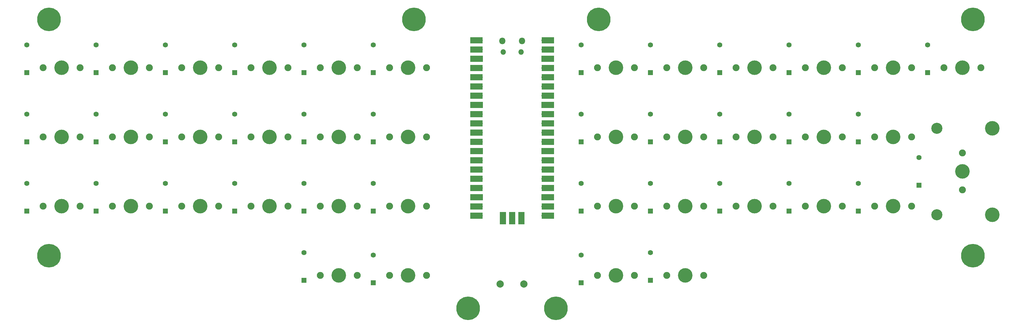
<source format=gbr>
G04 #@! TF.GenerationSoftware,KiCad,Pcbnew,7.0.10*
G04 #@! TF.CreationDate,2024-03-22T12:38:25+09:00*
G04 #@! TF.ProjectId,first_keyboard,66697273-745f-46b6-9579-626f6172642e,rev?*
G04 #@! TF.SameCoordinates,Original*
G04 #@! TF.FileFunction,Soldermask,Top*
G04 #@! TF.FilePolarity,Negative*
%FSLAX46Y46*%
G04 Gerber Fmt 4.6, Leading zero omitted, Abs format (unit mm)*
G04 Created by KiCad (PCBNEW 7.0.10) date 2024-03-22 12:38:25*
%MOMM*%
%LPD*%
G01*
G04 APERTURE LIST*
%ADD10R,1.397000X1.397000*%
%ADD11C,1.397000*%
%ADD12C,1.900000*%
%ADD13C,4.000000*%
%ADD14C,6.500000*%
%ADD15O,1.800000X1.800000*%
%ADD16O,1.500000X1.500000*%
%ADD17O,1.700000X1.700000*%
%ADD18R,3.500000X1.700000*%
%ADD19R,1.700000X1.700000*%
%ADD20R,1.700000X3.500000*%
%ADD21C,3.050000*%
%ADD22C,2.000000*%
G04 APERTURE END LIST*
D10*
X204787500Y-46672500D03*
D11*
X204787500Y-39052500D03*
D12*
X209232500Y-83343700D03*
D13*
X214312500Y-83343700D03*
D12*
X219392500Y-83343700D03*
D10*
X109537500Y-104428700D03*
D11*
X109537500Y-96808700D03*
D10*
X185737500Y-103822500D03*
D11*
X185737500Y-96202500D03*
D10*
X14287500Y-84772500D03*
D11*
X14287500Y-77152500D03*
D12*
X56832500Y-45243700D03*
D13*
X61912500Y-45243700D03*
D12*
X66992500Y-45243700D03*
X37782500Y-64293700D03*
D13*
X42862500Y-64293700D03*
D12*
X47942500Y-64293700D03*
D14*
X274320000Y-32004000D03*
D15*
X144956300Y-37912500D03*
D16*
X145256300Y-40942500D03*
X150106300Y-40942500D03*
D15*
X150406300Y-37912500D03*
D17*
X138791300Y-37782500D03*
D18*
X137891300Y-37782500D03*
D17*
X138791300Y-40322500D03*
D18*
X137891300Y-40322500D03*
D19*
X138791300Y-42862500D03*
D18*
X137891300Y-42862500D03*
D17*
X138791300Y-45402500D03*
D18*
X137891300Y-45402500D03*
D17*
X138791300Y-47942500D03*
D18*
X137891300Y-47942500D03*
D17*
X138791300Y-50482500D03*
D18*
X137891300Y-50482500D03*
D17*
X138791300Y-53022500D03*
D18*
X137891300Y-53022500D03*
D19*
X138791300Y-55562500D03*
D18*
X137891300Y-55562500D03*
D17*
X138791300Y-58102500D03*
D18*
X137891300Y-58102500D03*
D17*
X138791300Y-60642500D03*
D18*
X137891300Y-60642500D03*
D17*
X138791300Y-63182500D03*
D18*
X137891300Y-63182500D03*
D17*
X138791300Y-65722500D03*
D18*
X137891300Y-65722500D03*
D19*
X138791300Y-68262500D03*
D18*
X137891300Y-68262500D03*
D17*
X138791300Y-70802500D03*
D18*
X137891300Y-70802500D03*
D17*
X138791300Y-73342500D03*
D18*
X137891300Y-73342500D03*
D17*
X138791300Y-75882500D03*
D18*
X137891300Y-75882500D03*
D17*
X138791300Y-78422500D03*
D18*
X137891300Y-78422500D03*
D19*
X138791300Y-80962500D03*
D18*
X137891300Y-80962500D03*
D17*
X138791300Y-83502500D03*
D18*
X137891300Y-83502500D03*
D17*
X138791300Y-86042500D03*
D18*
X137891300Y-86042500D03*
D17*
X156571300Y-86042500D03*
D18*
X157471300Y-86042500D03*
D17*
X156571300Y-83502500D03*
D18*
X157471300Y-83502500D03*
D19*
X156571300Y-80962500D03*
D18*
X157471300Y-80962500D03*
D17*
X156571300Y-78422500D03*
D18*
X157471300Y-78422500D03*
D17*
X156571300Y-75882500D03*
D18*
X157471300Y-75882500D03*
D17*
X156571300Y-73342500D03*
D18*
X157471300Y-73342500D03*
D17*
X156571300Y-70802500D03*
D18*
X157471300Y-70802500D03*
D19*
X156571300Y-68262500D03*
D18*
X157471300Y-68262500D03*
D17*
X156571300Y-65722500D03*
D18*
X157471300Y-65722500D03*
D17*
X156571300Y-63182500D03*
D18*
X157471300Y-63182500D03*
D17*
X156571300Y-60642500D03*
D18*
X157471300Y-60642500D03*
D17*
X156571300Y-58102500D03*
D18*
X157471300Y-58102500D03*
D19*
X156571300Y-55562500D03*
D18*
X157471300Y-55562500D03*
D17*
X156571300Y-53022500D03*
D18*
X157471300Y-53022500D03*
D17*
X156571300Y-50482500D03*
D18*
X157471300Y-50482500D03*
D17*
X156571300Y-47942500D03*
D18*
X157471300Y-47942500D03*
D17*
X156571300Y-45402500D03*
D18*
X157471300Y-45402500D03*
D19*
X156571300Y-42862500D03*
D18*
X157471300Y-42862500D03*
D17*
X156571300Y-40322500D03*
D18*
X157471300Y-40322500D03*
D17*
X156571300Y-37782500D03*
D18*
X157471300Y-37782500D03*
D17*
X145141300Y-85812500D03*
D20*
X145141300Y-86712500D03*
D19*
X147681300Y-85812500D03*
D20*
X147681300Y-86712500D03*
D17*
X150221300Y-85812500D03*
D20*
X150221300Y-86712500D03*
D12*
X18732500Y-45243700D03*
D13*
X23812500Y-45243700D03*
D12*
X28892500Y-45243700D03*
D10*
X185737500Y-46672500D03*
D11*
X185737500Y-39052500D03*
D12*
X209232500Y-45243700D03*
D13*
X214312500Y-45243700D03*
D12*
X219392500Y-45243700D03*
X209232500Y-64293700D03*
D13*
X214312500Y-64293700D03*
D12*
X219392500Y-64293700D03*
D10*
X71437500Y-84772500D03*
D11*
X71437500Y-77152500D03*
D12*
X190182500Y-45243700D03*
D13*
X195262500Y-45243700D03*
D12*
X200342500Y-45243700D03*
X190182500Y-102393700D03*
D13*
X195262500Y-102393700D03*
D12*
X200342500Y-102393700D03*
D10*
X109537500Y-65722500D03*
D11*
X109537500Y-58102500D03*
D10*
X242887500Y-46672500D03*
D11*
X242887500Y-39052500D03*
D10*
X109537500Y-84772500D03*
D11*
X109537500Y-77152500D03*
D10*
X14287500Y-46672500D03*
D11*
X14287500Y-39052500D03*
D12*
X171132500Y-83343700D03*
D13*
X176212500Y-83343700D03*
D12*
X181292500Y-83343700D03*
X18732500Y-64293700D03*
D13*
X23812500Y-64293700D03*
D12*
X28892500Y-64293700D03*
D10*
X223837500Y-84772500D03*
D11*
X223837500Y-77152500D03*
D12*
X113982500Y-45243700D03*
D13*
X119062500Y-45243700D03*
D12*
X124142500Y-45243700D03*
X113982500Y-64293700D03*
D13*
X119062500Y-64293700D03*
D12*
X124142500Y-64293700D03*
D14*
X159746300Y-111506000D03*
D12*
X266382500Y-45243700D03*
D13*
X271462500Y-45243700D03*
D12*
X276542500Y-45243700D03*
X94932500Y-45243700D03*
D13*
X100012500Y-45243700D03*
D12*
X105092500Y-45243700D03*
D10*
X71437500Y-65722500D03*
D11*
X71437500Y-58102500D03*
D10*
X242887500Y-84772500D03*
D11*
X242887500Y-77152500D03*
D10*
X109537500Y-46672500D03*
D11*
X109537500Y-39052500D03*
D12*
X37782500Y-83343700D03*
D13*
X42862500Y-83343700D03*
D12*
X47942500Y-83343700D03*
D21*
X264462500Y-85718700D03*
D13*
X279702500Y-85718700D03*
D12*
X271462500Y-78898700D03*
D13*
X271462500Y-73818700D03*
D12*
X271462500Y-68738700D03*
D21*
X264462500Y-61918700D03*
D13*
X279702500Y-61918700D03*
D10*
X90487500Y-46672500D03*
D11*
X90487500Y-39052500D03*
D10*
X33337500Y-84772500D03*
D11*
X33337500Y-77152500D03*
D10*
X90487500Y-84772500D03*
D11*
X90487500Y-77152500D03*
D12*
X190182500Y-83343700D03*
D13*
X195262500Y-83343700D03*
D12*
X200342500Y-83343700D03*
X56832500Y-64293700D03*
D13*
X61912500Y-64293700D03*
D12*
X66992500Y-64293700D03*
D14*
X274320000Y-97028000D03*
D12*
X75882500Y-83343700D03*
D13*
X80962500Y-83343700D03*
D12*
X86042500Y-83343700D03*
X171132500Y-102393700D03*
D13*
X176212500Y-102393700D03*
D12*
X181292500Y-102393700D03*
D10*
X223837500Y-46672500D03*
D11*
X223837500Y-39052500D03*
D12*
X247332500Y-83343700D03*
D13*
X252412500Y-83343700D03*
D12*
X257492500Y-83343700D03*
X247332500Y-64293700D03*
D13*
X252412500Y-64293700D03*
D12*
X257492500Y-64293700D03*
D14*
X135616300Y-111506000D03*
D10*
X166687500Y-104428700D03*
D11*
X166687500Y-96808700D03*
D10*
X242887500Y-65722500D03*
D11*
X242887500Y-58102500D03*
D10*
X33337500Y-65722500D03*
D11*
X33337500Y-58102500D03*
D12*
X94932500Y-83343700D03*
D13*
X100012500Y-83343700D03*
D12*
X105092500Y-83343700D03*
D14*
X120650000Y-32004000D03*
D10*
X204787500Y-84772500D03*
D11*
X204787500Y-77152500D03*
D10*
X90487500Y-65722500D03*
D11*
X90487500Y-58102500D03*
D10*
X52387500Y-65722500D03*
D11*
X52387500Y-58102500D03*
D10*
X166687500Y-65722500D03*
D11*
X166687500Y-58102500D03*
D14*
X171450000Y-32004000D03*
D12*
X94932500Y-102393700D03*
D13*
X100012500Y-102393700D03*
D12*
X105092500Y-102393700D03*
D10*
X259556300Y-77628700D03*
D11*
X259556300Y-70008700D03*
D10*
X223837500Y-65722500D03*
D11*
X223837500Y-58102500D03*
D10*
X90487500Y-103822500D03*
D11*
X90487500Y-96202500D03*
D12*
X247332500Y-45243700D03*
D13*
X252412500Y-45243700D03*
D12*
X257492500Y-45243700D03*
D10*
X185737500Y-84772500D03*
D11*
X185737500Y-77152500D03*
D12*
X113982500Y-83343700D03*
D13*
X119062500Y-83343700D03*
D12*
X124142500Y-83343700D03*
X56832500Y-83343700D03*
D13*
X61912500Y-83343700D03*
D12*
X66992500Y-83343700D03*
X171132500Y-45243700D03*
D13*
X176212500Y-45243700D03*
D12*
X181292500Y-45243700D03*
D10*
X166687500Y-84772500D03*
D11*
X166687500Y-77152500D03*
D12*
X18732500Y-83343700D03*
D13*
X23812500Y-83343700D03*
D12*
X28892500Y-83343700D03*
X171132500Y-64293700D03*
D13*
X176212500Y-64293700D03*
D12*
X181292500Y-64293700D03*
D14*
X20320000Y-97028000D03*
D10*
X166687500Y-46672500D03*
D11*
X166687500Y-39052500D03*
D22*
X144387500Y-104775000D03*
X150887500Y-104775000D03*
D10*
X261937500Y-46672500D03*
D11*
X261937500Y-39052500D03*
D10*
X204787500Y-65722500D03*
D11*
X204787500Y-58102500D03*
D12*
X94932500Y-64293700D03*
D13*
X100012500Y-64293700D03*
D12*
X105092500Y-64293700D03*
X37782500Y-45243700D03*
D13*
X42862500Y-45243700D03*
D12*
X47942500Y-45243700D03*
D10*
X185737500Y-65722500D03*
D11*
X185737500Y-58102500D03*
D12*
X75882500Y-64293700D03*
D13*
X80962500Y-64293700D03*
D12*
X86042500Y-64293700D03*
X228282500Y-83343700D03*
D13*
X233362500Y-83343700D03*
D12*
X238442500Y-83343700D03*
X228282500Y-45243700D03*
D13*
X233362500Y-45243700D03*
D12*
X238442500Y-45243700D03*
D14*
X20320000Y-32004000D03*
D10*
X52387500Y-84772500D03*
D11*
X52387500Y-77152500D03*
D10*
X52387500Y-46672500D03*
D11*
X52387500Y-39052500D03*
D12*
X75882500Y-45243700D03*
D13*
X80962500Y-45243700D03*
D12*
X86042500Y-45243700D03*
D10*
X14287500Y-65722500D03*
D11*
X14287500Y-58102500D03*
D10*
X71437500Y-46672500D03*
D11*
X71437500Y-39052500D03*
D12*
X228282500Y-64293700D03*
D13*
X233362500Y-64293700D03*
D12*
X238442500Y-64293700D03*
X113982500Y-102393700D03*
D13*
X119062500Y-102393700D03*
D12*
X124142500Y-102393700D03*
D10*
X33337500Y-46672500D03*
D11*
X33337500Y-39052500D03*
D12*
X190182500Y-64293700D03*
D13*
X195262500Y-64293700D03*
D12*
X200342500Y-64293700D03*
M02*

</source>
